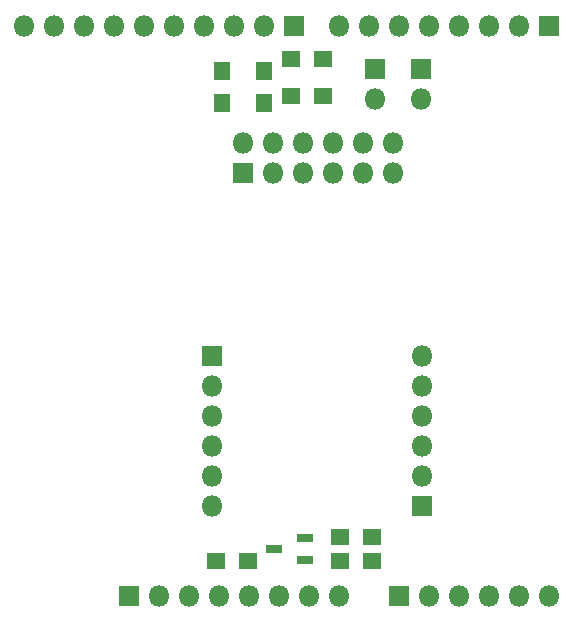
<source format=gts>
G04 #@! TF.GenerationSoftware,KiCad,Pcbnew,(2018-01-23 revision c95c77c51)-master*
G04 #@! TF.CreationDate,2018-01-29T11:30:05+01:00*
G04 #@! TF.ProjectId,rpi_mrf_radio_shield,7270695F6D72665F726164696F5F7368,rev?*
G04 #@! TF.SameCoordinates,Original*
G04 #@! TF.FileFunction,Soldermask,Top*
G04 #@! TF.FilePolarity,Negative*
%FSLAX46Y46*%
G04 Gerber Fmt 4.6, Leading zero omitted, Abs format (unit mm)*
G04 Created by KiCad (PCBNEW (2018-01-23 revision c95c77c51)-master) date Mon Jan 29 11:30:05 2018*
%MOMM*%
%LPD*%
G01*
G04 APERTURE LIST*
%ADD10R,1.801600X1.801600*%
%ADD11O,1.801600X1.801600*%
%ADD12R,1.321600X0.751600*%
%ADD13R,1.601600X1.401600*%
%ADD14R,1.401600X1.601600*%
G04 APERTURE END LIST*
D10*
X162001100Y-136113600D03*
D11*
X164541100Y-136113600D03*
X167081100Y-136113600D03*
X169621100Y-136113600D03*
X172161100Y-136113600D03*
X174701100Y-136113600D03*
D10*
X146176900Y-115793600D03*
D11*
X146176900Y-118333600D03*
X146176900Y-120873600D03*
X146176900Y-123413600D03*
X146176900Y-125953600D03*
X146176900Y-128493600D03*
X163956900Y-115793600D03*
X163956900Y-118333600D03*
X163956900Y-120873600D03*
X163956900Y-123413600D03*
X163956900Y-125953600D03*
D10*
X163956900Y-128493600D03*
D12*
X154040100Y-133126600D03*
X154040100Y-131226600D03*
X151420100Y-132176600D03*
D13*
X159715100Y-131160600D03*
X157015100Y-131160600D03*
D11*
X159969100Y-94076600D03*
D10*
X159969100Y-91536600D03*
D13*
X155524100Y-93822600D03*
X152824100Y-93822600D03*
X155524100Y-90647600D03*
X152824100Y-90647600D03*
X157015100Y-133192600D03*
X159715100Y-133192600D03*
D14*
X150571100Y-91710600D03*
X150571100Y-94410600D03*
X147015100Y-94410600D03*
X147015100Y-91710600D03*
D10*
X139141100Y-136113600D03*
D11*
X141681100Y-136113600D03*
X144221100Y-136113600D03*
X146761100Y-136113600D03*
X149301100Y-136113600D03*
X151841100Y-136113600D03*
X154381100Y-136113600D03*
X156921100Y-136113600D03*
D10*
X153111100Y-87853600D03*
D11*
X150571100Y-87853600D03*
X148031100Y-87853600D03*
X145491100Y-87853600D03*
X142951100Y-87853600D03*
X140411100Y-87853600D03*
X137871100Y-87853600D03*
X135331100Y-87853600D03*
X132791100Y-87853600D03*
X130251100Y-87853600D03*
D10*
X174701100Y-87853600D03*
D11*
X172161100Y-87853600D03*
X169621100Y-87853600D03*
X167081100Y-87853600D03*
X164541100Y-87853600D03*
X162001100Y-87853600D03*
X159461100Y-87853600D03*
X156921100Y-87853600D03*
D10*
X148729600Y-100299600D03*
D11*
X148729600Y-97759600D03*
X151269600Y-100299600D03*
X151269600Y-97759600D03*
X153809600Y-100299600D03*
X153809600Y-97759600D03*
X156349600Y-100299600D03*
X156349600Y-97759600D03*
X158889600Y-100299600D03*
X158889600Y-97759600D03*
X161429600Y-100299600D03*
X161429600Y-97759600D03*
X163829900Y-94076600D03*
D10*
X163829900Y-91536600D03*
D13*
X149148700Y-133218000D03*
X146448700Y-133218000D03*
M02*

</source>
